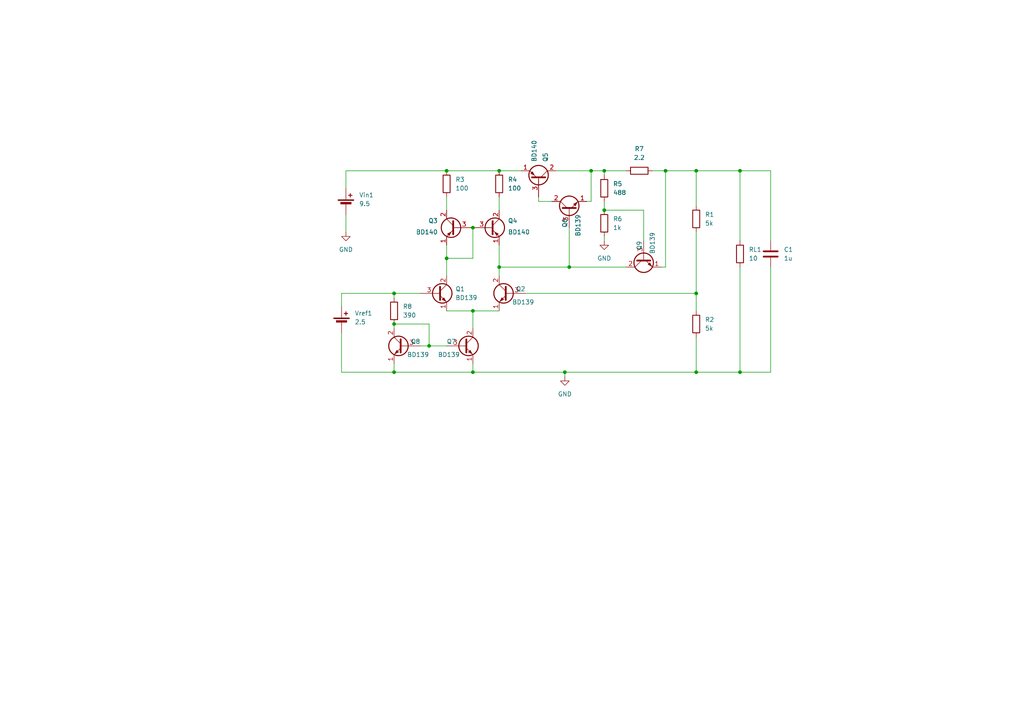
<source format=kicad_sch>
(kicad_sch (version 20230121) (generator eeschema)

  (uuid 98f508c0-f754-4c0e-95b6-e6eb0fad6b9d)

  (paper "A4")

  (lib_symbols
    (symbol "Device:Battery_Cell" (pin_numbers hide) (pin_names (offset 0) hide) (in_bom yes) (on_board yes)
      (property "Reference" "BT" (at 2.54 2.54 0)
        (effects (font (size 1.27 1.27)) (justify left))
      )
      (property "Value" "Battery_Cell" (at 2.54 0 0)
        (effects (font (size 1.27 1.27)) (justify left))
      )
      (property "Footprint" "" (at 0 1.524 90)
        (effects (font (size 1.27 1.27)) hide)
      )
      (property "Datasheet" "~" (at 0 1.524 90)
        (effects (font (size 1.27 1.27)) hide)
      )
      (property "ki_keywords" "battery cell" (at 0 0 0)
        (effects (font (size 1.27 1.27)) hide)
      )
      (property "ki_description" "Single-cell battery" (at 0 0 0)
        (effects (font (size 1.27 1.27)) hide)
      )
      (symbol "Battery_Cell_0_1"
        (rectangle (start -2.286 1.778) (end 2.286 1.524)
          (stroke (width 0) (type default))
          (fill (type outline))
        )
        (rectangle (start -1.524 1.016) (end 1.524 0.508)
          (stroke (width 0) (type default))
          (fill (type outline))
        )
        (polyline
          (pts
            (xy 0 0.762)
            (xy 0 0)
          )
          (stroke (width 0) (type default))
          (fill (type none))
        )
        (polyline
          (pts
            (xy 0 1.778)
            (xy 0 2.54)
          )
          (stroke (width 0) (type default))
          (fill (type none))
        )
        (polyline
          (pts
            (xy 0.762 3.048)
            (xy 1.778 3.048)
          )
          (stroke (width 0.254) (type default))
          (fill (type none))
        )
        (polyline
          (pts
            (xy 1.27 3.556)
            (xy 1.27 2.54)
          )
          (stroke (width 0.254) (type default))
          (fill (type none))
        )
      )
      (symbol "Battery_Cell_1_1"
        (pin passive line (at 0 5.08 270) (length 2.54)
          (name "+" (effects (font (size 1.27 1.27))))
          (number "1" (effects (font (size 1.27 1.27))))
        )
        (pin passive line (at 0 -2.54 90) (length 2.54)
          (name "-" (effects (font (size 1.27 1.27))))
          (number "2" (effects (font (size 1.27 1.27))))
        )
      )
    )
    (symbol "Device:C" (pin_numbers hide) (pin_names (offset 0.254)) (in_bom yes) (on_board yes)
      (property "Reference" "C" (at 0.635 2.54 0)
        (effects (font (size 1.27 1.27)) (justify left))
      )
      (property "Value" "C" (at 0.635 -2.54 0)
        (effects (font (size 1.27 1.27)) (justify left))
      )
      (property "Footprint" "" (at 0.9652 -3.81 0)
        (effects (font (size 1.27 1.27)) hide)
      )
      (property "Datasheet" "~" (at 0 0 0)
        (effects (font (size 1.27 1.27)) hide)
      )
      (property "ki_keywords" "cap capacitor" (at 0 0 0)
        (effects (font (size 1.27 1.27)) hide)
      )
      (property "ki_description" "Unpolarized capacitor" (at 0 0 0)
        (effects (font (size 1.27 1.27)) hide)
      )
      (property "ki_fp_filters" "C_*" (at 0 0 0)
        (effects (font (size 1.27 1.27)) hide)
      )
      (symbol "C_0_1"
        (polyline
          (pts
            (xy -2.032 -0.762)
            (xy 2.032 -0.762)
          )
          (stroke (width 0.508) (type default))
          (fill (type none))
        )
        (polyline
          (pts
            (xy -2.032 0.762)
            (xy 2.032 0.762)
          )
          (stroke (width 0.508) (type default))
          (fill (type none))
        )
      )
      (symbol "C_1_1"
        (pin passive line (at 0 3.81 270) (length 2.794)
          (name "~" (effects (font (size 1.27 1.27))))
          (number "1" (effects (font (size 1.27 1.27))))
        )
        (pin passive line (at 0 -3.81 90) (length 2.794)
          (name "~" (effects (font (size 1.27 1.27))))
          (number "2" (effects (font (size 1.27 1.27))))
        )
      )
    )
    (symbol "Device:R" (pin_numbers hide) (pin_names (offset 0)) (in_bom yes) (on_board yes)
      (property "Reference" "R" (at 2.032 0 90)
        (effects (font (size 1.27 1.27)))
      )
      (property "Value" "R" (at 0 0 90)
        (effects (font (size 1.27 1.27)))
      )
      (property "Footprint" "" (at -1.778 0 90)
        (effects (font (size 1.27 1.27)) hide)
      )
      (property "Datasheet" "~" (at 0 0 0)
        (effects (font (size 1.27 1.27)) hide)
      )
      (property "ki_keywords" "R res resistor" (at 0 0 0)
        (effects (font (size 1.27 1.27)) hide)
      )
      (property "ki_description" "Resistor" (at 0 0 0)
        (effects (font (size 1.27 1.27)) hide)
      )
      (property "ki_fp_filters" "R_*" (at 0 0 0)
        (effects (font (size 1.27 1.27)) hide)
      )
      (symbol "R_0_1"
        (rectangle (start -1.016 -2.54) (end 1.016 2.54)
          (stroke (width 0.254) (type default))
          (fill (type none))
        )
      )
      (symbol "R_1_1"
        (pin passive line (at 0 3.81 270) (length 1.27)
          (name "~" (effects (font (size 1.27 1.27))))
          (number "1" (effects (font (size 1.27 1.27))))
        )
        (pin passive line (at 0 -3.81 90) (length 1.27)
          (name "~" (effects (font (size 1.27 1.27))))
          (number "2" (effects (font (size 1.27 1.27))))
        )
      )
    )
    (symbol "Transistor_BJT:BD139" (pin_names (offset 0) hide) (in_bom yes) (on_board yes)
      (property "Reference" "Q" (at 5.08 1.905 0)
        (effects (font (size 1.27 1.27)) (justify left))
      )
      (property "Value" "BD139" (at 5.08 0 0)
        (effects (font (size 1.27 1.27)) (justify left))
      )
      (property "Footprint" "Package_TO_SOT_THT:TO-126-3_Vertical" (at 5.08 -1.905 0)
        (effects (font (size 1.27 1.27) italic) (justify left) hide)
      )
      (property "Datasheet" "http://www.st.com/internet/com/TECHNICAL_RESOURCES/TECHNICAL_LITERATURE/DATASHEET/CD00001225.pdf" (at 0 0 0)
        (effects (font (size 1.27 1.27)) (justify left) hide)
      )
      (property "ki_keywords" "Low Voltage Transistor" (at 0 0 0)
        (effects (font (size 1.27 1.27)) hide)
      )
      (property "ki_description" "1.5A Ic, 80V Vce, Low Voltage Transistor, TO-126" (at 0 0 0)
        (effects (font (size 1.27 1.27)) hide)
      )
      (property "ki_fp_filters" "TO?126*" (at 0 0 0)
        (effects (font (size 1.27 1.27)) hide)
      )
      (symbol "BD139_0_1"
        (polyline
          (pts
            (xy 0 0)
            (xy 0.635 0)
          )
          (stroke (width 0) (type default))
          (fill (type none))
        )
        (polyline
          (pts
            (xy 2.54 -2.54)
            (xy 0.635 -0.635)
          )
          (stroke (width 0) (type default))
          (fill (type none))
        )
        (polyline
          (pts
            (xy 2.54 2.54)
            (xy 0.635 0.635)
          )
          (stroke (width 0) (type default))
          (fill (type none))
        )
        (polyline
          (pts
            (xy 0.635 1.905)
            (xy 0.635 -1.905)
            (xy 0.635 -1.905)
          )
          (stroke (width 0.508) (type default))
          (fill (type outline))
        )
        (polyline
          (pts
            (xy 1.2446 -1.778)
            (xy 1.7526 -1.27)
            (xy 2.286 -2.286)
            (xy 1.2446 -1.778)
            (xy 1.2446 -1.778)
          )
          (stroke (width 0) (type default))
          (fill (type outline))
        )
        (circle (center 1.27 0) (radius 2.8194)
          (stroke (width 0.3048) (type default))
          (fill (type none))
        )
      )
      (symbol "BD139_1_1"
        (pin passive line (at 2.54 -5.08 90) (length 2.54)
          (name "E" (effects (font (size 1.27 1.27))))
          (number "1" (effects (font (size 1.27 1.27))))
        )
        (pin passive line (at 2.54 5.08 270) (length 2.54)
          (name "C" (effects (font (size 1.27 1.27))))
          (number "2" (effects (font (size 1.27 1.27))))
        )
        (pin input line (at -5.08 0 0) (length 5.08)
          (name "B" (effects (font (size 1.27 1.27))))
          (number "3" (effects (font (size 1.27 1.27))))
        )
      )
    )
    (symbol "Transistor_BJT:BD140" (pin_names (offset 0) hide) (in_bom yes) (on_board yes)
      (property "Reference" "Q" (at 5.08 1.905 0)
        (effects (font (size 1.27 1.27)) (justify left))
      )
      (property "Value" "BD140" (at 5.08 0 0)
        (effects (font (size 1.27 1.27)) (justify left))
      )
      (property "Footprint" "Package_TO_SOT_THT:TO-126-3_Vertical" (at 5.08 -1.905 0)
        (effects (font (size 1.27 1.27) italic) (justify left) hide)
      )
      (property "Datasheet" "http://www.st.com/internet/com/TECHNICAL_RESOURCES/TECHNICAL_LITERATURE/DATASHEET/CD00001225.pdf" (at 0 0 0)
        (effects (font (size 1.27 1.27)) (justify left) hide)
      )
      (property "ki_keywords" "Low Voltage Transistor" (at 0 0 0)
        (effects (font (size 1.27 1.27)) hide)
      )
      (property "ki_description" "1.5A Ic, 80V Vce, Low Voltage Transistor, TO-126" (at 0 0 0)
        (effects (font (size 1.27 1.27)) hide)
      )
      (property "ki_fp_filters" "TO?126*" (at 0 0 0)
        (effects (font (size 1.27 1.27)) hide)
      )
      (symbol "BD140_0_1"
        (polyline
          (pts
            (xy 0 0)
            (xy 0.635 0)
          )
          (stroke (width 0) (type default))
          (fill (type none))
        )
        (polyline
          (pts
            (xy 2.54 -2.54)
            (xy 0.635 -0.635)
          )
          (stroke (width 0) (type default))
          (fill (type none))
        )
        (polyline
          (pts
            (xy 2.54 2.54)
            (xy 0.635 0.635)
          )
          (stroke (width 0) (type default))
          (fill (type none))
        )
        (polyline
          (pts
            (xy 0.635 1.905)
            (xy 0.635 -1.905)
            (xy 0.635 -1.905)
          )
          (stroke (width 0.508) (type default))
          (fill (type outline))
        )
        (polyline
          (pts
            (xy 1.778 -2.286)
            (xy 2.286 -1.778)
            (xy 1.27 -1.27)
            (xy 1.778 -2.286)
            (xy 1.778 -2.286)
          )
          (stroke (width 0) (type default))
          (fill (type outline))
        )
        (circle (center 1.27 0) (radius 2.8194)
          (stroke (width 0.3048) (type default))
          (fill (type none))
        )
      )
      (symbol "BD140_1_1"
        (pin passive line (at 2.54 -5.08 90) (length 2.54)
          (name "E" (effects (font (size 1.27 1.27))))
          (number "1" (effects (font (size 1.27 1.27))))
        )
        (pin passive line (at 2.54 5.08 270) (length 2.54)
          (name "C" (effects (font (size 1.27 1.27))))
          (number "2" (effects (font (size 1.27 1.27))))
        )
        (pin input line (at -5.08 0 0) (length 5.08)
          (name "B" (effects (font (size 1.27 1.27))))
          (number "3" (effects (font (size 1.27 1.27))))
        )
      )
    )
    (symbol "power:GND" (power) (pin_names (offset 0)) (in_bom yes) (on_board yes)
      (property "Reference" "#PWR" (at 0 -6.35 0)
        (effects (font (size 1.27 1.27)) hide)
      )
      (property "Value" "GND" (at 0 -3.81 0)
        (effects (font (size 1.27 1.27)))
      )
      (property "Footprint" "" (at 0 0 0)
        (effects (font (size 1.27 1.27)) hide)
      )
      (property "Datasheet" "" (at 0 0 0)
        (effects (font (size 1.27 1.27)) hide)
      )
      (property "ki_keywords" "global power" (at 0 0 0)
        (effects (font (size 1.27 1.27)) hide)
      )
      (property "ki_description" "Power symbol creates a global label with name \"GND\" , ground" (at 0 0 0)
        (effects (font (size 1.27 1.27)) hide)
      )
      (symbol "GND_0_1"
        (polyline
          (pts
            (xy 0 0)
            (xy 0 -1.27)
            (xy 1.27 -1.27)
            (xy 0 -2.54)
            (xy -1.27 -1.27)
            (xy 0 -1.27)
          )
          (stroke (width 0) (type default))
          (fill (type none))
        )
      )
      (symbol "GND_1_1"
        (pin power_in line (at 0 0 270) (length 0) hide
          (name "GND" (effects (font (size 1.27 1.27))))
          (number "1" (effects (font (size 1.27 1.27))))
        )
      )
    )
  )

  (junction (at 193.04 49.53) (diameter 0) (color 0 0 0 0)
    (uuid 08acfad0-fff1-4d14-bfea-5182c07e62ce)
  )
  (junction (at 175.26 60.96) (diameter 0) (color 0 0 0 0)
    (uuid 0a827bfb-c81e-4856-a106-64439becc251)
  )
  (junction (at 137.16 90.17) (diameter 0) (color 0 0 0 0)
    (uuid 15fa0adc-dafe-4b35-b9b4-50ea4641321c)
  )
  (junction (at 137.16 107.95) (diameter 0) (color 0 0 0 0)
    (uuid 1978b3e2-8a6f-4496-86c3-f5fc8290e8c3)
  )
  (junction (at 165.1 77.47) (diameter 0) (color 0 0 0 0)
    (uuid 2bb2fb18-8141-4c0d-b33f-fc73bee068e4)
  )
  (junction (at 129.54 74.93) (diameter 0) (color 0 0 0 0)
    (uuid 2f5bb625-e605-414e-be9a-8ef55fe10944)
  )
  (junction (at 144.78 49.53) (diameter 0) (color 0 0 0 0)
    (uuid 3d35f6c1-a949-4b5f-af1b-e4a62e0a792d)
  )
  (junction (at 214.63 49.53) (diameter 0) (color 0 0 0 0)
    (uuid 499b98be-ff37-4548-b455-196acac20576)
  )
  (junction (at 144.78 77.47) (diameter 0) (color 0 0 0 0)
    (uuid 66d1f7ad-d794-447c-8ba9-ad3c7dbc1ec0)
  )
  (junction (at 201.93 85.09) (diameter 0) (color 0 0 0 0)
    (uuid 72464a06-806e-43e9-a932-4acff4a0b330)
  )
  (junction (at 114.3 93.98) (diameter 0) (color 0 0 0 0)
    (uuid 84171801-f76d-4dd1-81a1-79e1a9faff54)
  )
  (junction (at 201.93 107.95) (diameter 0) (color 0 0 0 0)
    (uuid 8b60291b-2361-4c29-a034-3146cf9bde84)
  )
  (junction (at 171.45 49.53) (diameter 0) (color 0 0 0 0)
    (uuid a750e8a9-4631-403b-8f2f-22453c5c091b)
  )
  (junction (at 163.83 107.95) (diameter 0) (color 0 0 0 0)
    (uuid a751b5c2-d82c-426f-b3a5-95fb82592391)
  )
  (junction (at 114.3 85.09) (diameter 0) (color 0 0 0 0)
    (uuid aa2efc38-1dee-4259-90b5-37cfc9e44a1f)
  )
  (junction (at 124.46 100.33) (diameter 0) (color 0 0 0 0)
    (uuid aa940034-45cb-4d9f-8394-2496fd41d553)
  )
  (junction (at 201.93 49.53) (diameter 0) (color 0 0 0 0)
    (uuid ac4a31e9-c77e-459e-98f5-b6335142e2a7)
  )
  (junction (at 214.63 107.95) (diameter 0) (color 0 0 0 0)
    (uuid b462a2ee-d6fa-47fc-a6ec-3a25b43e9bd9)
  )
  (junction (at 137.16 66.04) (diameter 0) (color 0 0 0 0)
    (uuid b9371de3-1e76-43ba-bc17-eb1cb7e8da2f)
  )
  (junction (at 175.26 49.53) (diameter 0) (color 0 0 0 0)
    (uuid c9bf34be-54c7-4b20-8760-74651d57b3fc)
  )
  (junction (at 114.3 107.95) (diameter 0) (color 0 0 0 0)
    (uuid df95b1cf-19bd-4819-a986-298567951e7a)
  )
  (junction (at 129.54 49.53) (diameter 0) (color 0 0 0 0)
    (uuid e6e5d23f-e8f2-4441-8f95-de4d07ec5cb2)
  )

  (wire (pts (xy 193.04 49.53) (xy 201.93 49.53))
    (stroke (width 0) (type default))
    (uuid 00a3aa9a-0252-42b8-b333-910eadea9b13)
  )
  (wire (pts (xy 193.04 49.53) (xy 193.04 77.47))
    (stroke (width 0) (type default))
    (uuid 0834ff0f-9a03-4692-9828-277b076ef68b)
  )
  (wire (pts (xy 223.52 77.47) (xy 223.52 107.95))
    (stroke (width 0) (type default))
    (uuid 0c834d45-9b53-4fd3-ab65-ca79a002b866)
  )
  (wire (pts (xy 144.78 90.17) (xy 137.16 90.17))
    (stroke (width 0) (type default))
    (uuid 0fa9761a-1c2d-4723-b599-6d7679a3ac15)
  )
  (wire (pts (xy 175.26 58.42) (xy 175.26 60.96))
    (stroke (width 0) (type default))
    (uuid 14c80dc9-61be-4cf4-85ea-00f37f735090)
  )
  (wire (pts (xy 100.33 49.53) (xy 129.54 49.53))
    (stroke (width 0) (type default))
    (uuid 16b8705b-cc04-481c-9f4e-a3bd0620621a)
  )
  (wire (pts (xy 129.54 74.93) (xy 129.54 80.01))
    (stroke (width 0) (type default))
    (uuid 1a7d0442-540b-465e-ac6f-8df22bb194ac)
  )
  (wire (pts (xy 99.06 85.09) (xy 114.3 85.09))
    (stroke (width 0) (type default))
    (uuid 20c11d6e-a215-4aba-957e-5046402c2d7f)
  )
  (wire (pts (xy 129.54 49.53) (xy 144.78 49.53))
    (stroke (width 0) (type default))
    (uuid 233b611a-c888-4509-ac9b-a1b0e0e4c5b5)
  )
  (wire (pts (xy 144.78 57.15) (xy 144.78 60.96))
    (stroke (width 0) (type default))
    (uuid 2452f795-46e9-464c-aa8b-986ad7c44587)
  )
  (wire (pts (xy 114.3 93.98) (xy 124.46 93.98))
    (stroke (width 0) (type default))
    (uuid 2a8b13b9-a96f-472a-8369-83f473134c84)
  )
  (wire (pts (xy 129.54 74.93) (xy 137.16 74.93))
    (stroke (width 0) (type default))
    (uuid 2b3f128f-de0e-4797-b161-af98423c4497)
  )
  (wire (pts (xy 152.4 85.09) (xy 201.93 85.09))
    (stroke (width 0) (type default))
    (uuid 2b8da20b-401a-4139-9a05-43cfc5429909)
  )
  (wire (pts (xy 137.16 107.95) (xy 114.3 107.95))
    (stroke (width 0) (type default))
    (uuid 2bd2b3d1-799a-4750-bf8d-842c3651557a)
  )
  (wire (pts (xy 161.29 49.53) (xy 171.45 49.53))
    (stroke (width 0) (type default))
    (uuid 34cee541-db4d-447d-9221-987454866c4a)
  )
  (wire (pts (xy 114.3 107.95) (xy 99.06 107.95))
    (stroke (width 0) (type default))
    (uuid 40f30eb6-20b4-4d29-9611-2a6030095b09)
  )
  (wire (pts (xy 165.1 77.47) (xy 181.61 77.47))
    (stroke (width 0) (type default))
    (uuid 41e0a932-809e-434a-9456-3255af2afaf6)
  )
  (wire (pts (xy 165.1 66.04) (xy 165.1 77.47))
    (stroke (width 0) (type default))
    (uuid 430cc461-3936-493d-aab6-a4fd604e4bfc)
  )
  (wire (pts (xy 186.69 69.85) (xy 186.69 60.96))
    (stroke (width 0) (type default))
    (uuid 454ebc03-446e-4df0-9d25-f69f8253d65c)
  )
  (wire (pts (xy 137.16 105.41) (xy 137.16 107.95))
    (stroke (width 0) (type default))
    (uuid 460058c8-3ec7-43f4-bd9a-4fb52ce9e79b)
  )
  (wire (pts (xy 214.63 69.85) (xy 214.63 49.53))
    (stroke (width 0) (type default))
    (uuid 46bc4357-9fde-46ef-bce0-dc645825be5d)
  )
  (wire (pts (xy 160.02 58.42) (xy 156.21 58.42))
    (stroke (width 0) (type default))
    (uuid 4f64e525-44c4-4747-9a94-66e533ad82d5)
  )
  (wire (pts (xy 223.52 49.53) (xy 214.63 49.53))
    (stroke (width 0) (type default))
    (uuid 59e26526-93f4-45d0-96ca-078dcdbb120f)
  )
  (wire (pts (xy 175.26 68.58) (xy 175.26 69.85))
    (stroke (width 0) (type default))
    (uuid 63fe4ef7-6e13-492b-9967-bb575956d6b8)
  )
  (wire (pts (xy 201.93 97.79) (xy 201.93 107.95))
    (stroke (width 0) (type default))
    (uuid 66cec118-859a-4ead-8d49-4625d8926814)
  )
  (wire (pts (xy 99.06 88.9) (xy 99.06 85.09))
    (stroke (width 0) (type default))
    (uuid 68c5d5ab-836a-492c-861c-e9305c2008d3)
  )
  (wire (pts (xy 189.23 49.53) (xy 193.04 49.53))
    (stroke (width 0) (type default))
    (uuid 6a051e20-0f16-49ab-b0af-3cf269485a29)
  )
  (wire (pts (xy 201.93 107.95) (xy 214.63 107.95))
    (stroke (width 0) (type default))
    (uuid 6b9940c8-c4f1-47ca-92f9-3d87d92876ba)
  )
  (wire (pts (xy 144.78 49.53) (xy 151.13 49.53))
    (stroke (width 0) (type default))
    (uuid 75527c2a-3d92-4738-abc7-caaa18c4180f)
  )
  (wire (pts (xy 201.93 67.31) (xy 201.93 85.09))
    (stroke (width 0) (type default))
    (uuid 7da425d2-89ab-4914-802c-664389e76573)
  )
  (wire (pts (xy 214.63 77.47) (xy 214.63 107.95))
    (stroke (width 0) (type default))
    (uuid 84a201a3-78ee-4063-b9e0-91b1885dcfe2)
  )
  (wire (pts (xy 171.45 49.53) (xy 175.26 49.53))
    (stroke (width 0) (type default))
    (uuid 853a74b3-89da-45f8-ba64-c12b9c7ba3eb)
  )
  (wire (pts (xy 175.26 49.53) (xy 181.61 49.53))
    (stroke (width 0) (type default))
    (uuid 8ce63e04-db44-4450-955a-12d7ec6d65bb)
  )
  (wire (pts (xy 171.45 58.42) (xy 171.45 49.53))
    (stroke (width 0) (type default))
    (uuid 8d584fcf-588f-4f67-bc5c-15a019bdb698)
  )
  (wire (pts (xy 191.77 77.47) (xy 193.04 77.47))
    (stroke (width 0) (type default))
    (uuid 9240afca-9923-47cd-9050-fd069b72f382)
  )
  (wire (pts (xy 137.16 90.17) (xy 137.16 95.25))
    (stroke (width 0) (type default))
    (uuid 92944d8c-8e24-4252-8eba-34d0643c8875)
  )
  (wire (pts (xy 114.3 85.09) (xy 121.92 85.09))
    (stroke (width 0) (type default))
    (uuid 9618f642-96b6-42ea-91b2-df57e6697c5d)
  )
  (wire (pts (xy 124.46 100.33) (xy 129.54 100.33))
    (stroke (width 0) (type default))
    (uuid a1ba2d99-8919-45c8-939d-f537101a6da8)
  )
  (wire (pts (xy 144.78 77.47) (xy 165.1 77.47))
    (stroke (width 0) (type default))
    (uuid a4481ecf-1b6d-43f4-b8b1-40597e89cdab)
  )
  (wire (pts (xy 201.93 49.53) (xy 214.63 49.53))
    (stroke (width 0) (type default))
    (uuid a8506076-035b-41ed-bd1a-9be1744a9076)
  )
  (wire (pts (xy 144.78 71.12) (xy 144.78 77.47))
    (stroke (width 0) (type default))
    (uuid a8a1d2f3-b048-4eec-988a-99402892fd05)
  )
  (wire (pts (xy 137.16 107.95) (xy 163.83 107.95))
    (stroke (width 0) (type default))
    (uuid ab52b045-24de-4100-812a-5f404bf8d517)
  )
  (wire (pts (xy 175.26 50.8) (xy 175.26 49.53))
    (stroke (width 0) (type default))
    (uuid b1d7af0e-cf8a-4e3a-866e-2b1ee3c81d4a)
  )
  (wire (pts (xy 137.16 90.17) (xy 129.54 90.17))
    (stroke (width 0) (type default))
    (uuid b2293aa1-a814-4a1d-a686-7ffc0ac96b35)
  )
  (wire (pts (xy 170.18 58.42) (xy 171.45 58.42))
    (stroke (width 0) (type default))
    (uuid b3fedd89-3c11-4253-8331-8d773aab7d14)
  )
  (wire (pts (xy 124.46 100.33) (xy 124.46 93.98))
    (stroke (width 0) (type default))
    (uuid b973ba8b-0445-4f1d-862b-a18626dc9a43)
  )
  (wire (pts (xy 156.21 57.15) (xy 156.21 58.42))
    (stroke (width 0) (type default))
    (uuid bc25cf34-7a8c-4839-a376-18ff31647268)
  )
  (wire (pts (xy 99.06 96.52) (xy 99.06 107.95))
    (stroke (width 0) (type default))
    (uuid bc7e76f2-271f-482e-bcb6-95c23218bc1f)
  )
  (wire (pts (xy 129.54 57.15) (xy 129.54 60.96))
    (stroke (width 0) (type default))
    (uuid bd869731-bfc3-4cee-bfa0-f04406d5db7a)
  )
  (wire (pts (xy 175.26 60.96) (xy 186.69 60.96))
    (stroke (width 0) (type default))
    (uuid bee0c005-8734-4194-9b9c-be43ef205afb)
  )
  (wire (pts (xy 163.83 107.95) (xy 201.93 107.95))
    (stroke (width 0) (type default))
    (uuid c32a69b2-d160-4d3d-9f3c-e2255f8a5a73)
  )
  (wire (pts (xy 114.3 95.25) (xy 114.3 93.98))
    (stroke (width 0) (type default))
    (uuid c9662745-235c-45ae-821b-a2d2a0fc752e)
  )
  (wire (pts (xy 201.93 59.69) (xy 201.93 49.53))
    (stroke (width 0) (type default))
    (uuid cabb43a2-4694-4908-82f7-6a18179af2f7)
  )
  (wire (pts (xy 114.3 85.09) (xy 114.3 86.36))
    (stroke (width 0) (type default))
    (uuid cb062f62-2d31-4e8c-a687-419fdb2dc04b)
  )
  (wire (pts (xy 214.63 107.95) (xy 223.52 107.95))
    (stroke (width 0) (type default))
    (uuid cca30b29-27a6-41ef-a9d1-c75ddcc6897e)
  )
  (wire (pts (xy 114.3 105.41) (xy 114.3 107.95))
    (stroke (width 0) (type default))
    (uuid cd148008-b494-4546-ad77-eab937c62dba)
  )
  (wire (pts (xy 163.83 107.95) (xy 163.83 109.22))
    (stroke (width 0) (type default))
    (uuid cd72ab56-b875-4f92-8004-4ec908bab88e)
  )
  (wire (pts (xy 223.52 69.85) (xy 223.52 49.53))
    (stroke (width 0) (type default))
    (uuid cdc569aa-9ac5-4a91-a443-8a6033d76cd8)
  )
  (wire (pts (xy 129.54 71.12) (xy 129.54 74.93))
    (stroke (width 0) (type default))
    (uuid d0065abd-f507-4a41-90d2-f206a1a137c4)
  )
  (wire (pts (xy 201.93 85.09) (xy 201.93 90.17))
    (stroke (width 0) (type default))
    (uuid d2944102-4972-4359-b102-cffc466b4018)
  )
  (wire (pts (xy 100.33 62.23) (xy 100.33 67.31))
    (stroke (width 0) (type default))
    (uuid d358f6a8-38dd-4fe6-91e9-5983b6d07ab7)
  )
  (wire (pts (xy 144.78 77.47) (xy 144.78 80.01))
    (stroke (width 0) (type default))
    (uuid e31df358-a014-4a23-aee1-f8906a40a2fa)
  )
  (wire (pts (xy 100.33 54.61) (xy 100.33 49.53))
    (stroke (width 0) (type default))
    (uuid e7edf6ce-01cc-410c-9ad2-17d88b24aac4)
  )
  (wire (pts (xy 121.92 100.33) (xy 124.46 100.33))
    (stroke (width 0) (type default))
    (uuid ee738186-6ae1-46f5-be09-b112266afbb3)
  )
  (wire (pts (xy 137.16 66.04) (xy 137.16 74.93))
    (stroke (width 0) (type default))
    (uuid fd89b3ab-9161-4a60-8e79-4e34730b9dfe)
  )

  (symbol (lib_id "Transistor_BJT:BD139") (at 127 85.09 0) (unit 1)
    (in_bom yes) (on_board yes) (dnp no)
    (uuid 07538c49-fb69-4544-afb2-f56f92b34aef)
    (property "Reference" "Q1" (at 132.08 83.82 0)
      (effects (font (size 1.27 1.27)) (justify left))
    )
    (property "Value" "BD139" (at 132.08 86.36 0)
      (effects (font (size 1.27 1.27)) (justify left))
    )
    (property "Footprint" "Package_TO_SOT_THT:TO-126-3_Vertical" (at 132.08 86.995 0)
      (effects (font (size 1.27 1.27) italic) (justify left) hide)
    )
    (property "Datasheet" "http://www.st.com/internet/com/TECHNICAL_RESOURCES/TECHNICAL_LITERATURE/DATASHEET/CD00001225.pdf" (at 127 85.09 0)
      (effects (font (size 1.27 1.27)) (justify left) hide)
    )
    (pin "1" (uuid 08f00a19-7f76-4ed1-895c-775833065a58))
    (pin "2" (uuid 062bf044-ea56-4755-8244-f4009aa39ae6))
    (pin "3" (uuid 9186178e-2c2e-4233-99bd-de60ec78ec63))
    (instances
      (project "Regulador Lineal"
        (path "/98f508c0-f754-4c0e-95b6-e6eb0fad6b9d"
          (reference "Q1") (unit 1)
        )
      )
    )
  )

  (symbol (lib_id "Transistor_BJT:BD139") (at 186.69 74.93 90) (mirror x) (unit 1)
    (in_bom yes) (on_board yes) (dnp no)
    (uuid 0bde75c6-7ba9-4223-9573-7c0984e79ad4)
    (property "Reference" "Q9" (at 185.42 69.85 0)
      (effects (font (size 1.27 1.27)) (justify left))
    )
    (property "Value" "BD139" (at 189.23 67.31 0)
      (effects (font (size 1.27 1.27)) (justify left))
    )
    (property "Footprint" "Package_TO_SOT_THT:TO-126-3_Vertical" (at 188.595 80.01 0)
      (effects (font (size 1.27 1.27) italic) (justify left) hide)
    )
    (property "Datasheet" "http://www.st.com/internet/com/TECHNICAL_RESOURCES/TECHNICAL_LITERATURE/DATASHEET/CD00001225.pdf" (at 186.69 74.93 0)
      (effects (font (size 1.27 1.27)) (justify left) hide)
    )
    (pin "1" (uuid 3f868b32-7001-4819-8e5e-39dce4070aa8))
    (pin "2" (uuid 5f8a02ed-5135-45c7-b0a7-91776dd36fbb))
    (pin "3" (uuid b13ca432-ab95-4117-a80c-c8861c4f1fdb))
    (instances
      (project "Regulador Lineal"
        (path "/98f508c0-f754-4c0e-95b6-e6eb0fad6b9d"
          (reference "Q9") (unit 1)
        )
      )
    )
  )

  (symbol (lib_id "power:GND") (at 100.33 67.31 0) (unit 1)
    (in_bom yes) (on_board yes) (dnp no) (fields_autoplaced)
    (uuid 0e0e578a-6098-4c42-a536-beadf72733f1)
    (property "Reference" "#PWR03" (at 100.33 73.66 0)
      (effects (font (size 1.27 1.27)) hide)
    )
    (property "Value" "GND" (at 100.33 72.39 0)
      (effects (font (size 1.27 1.27)))
    )
    (property "Footprint" "" (at 100.33 67.31 0)
      (effects (font (size 1.27 1.27)) hide)
    )
    (property "Datasheet" "" (at 100.33 67.31 0)
      (effects (font (size 1.27 1.27)) hide)
    )
    (pin "1" (uuid 11239606-a690-469c-99f1-8c120e0a4cbd))
    (instances
      (project "Regulador Lineal"
        (path "/98f508c0-f754-4c0e-95b6-e6eb0fad6b9d"
          (reference "#PWR03") (unit 1)
        )
      )
    )
  )

  (symbol (lib_id "Transistor_BJT:BD139") (at 147.32 85.09 0) (mirror y) (unit 1)
    (in_bom yes) (on_board yes) (dnp no)
    (uuid 185e398d-9e5c-4488-b211-d13b6ec3db0f)
    (property "Reference" "Q2" (at 152.4 83.82 0)
      (effects (font (size 1.27 1.27)) (justify left))
    )
    (property "Value" "BD139" (at 154.94 87.63 0)
      (effects (font (size 1.27 1.27)) (justify left))
    )
    (property "Footprint" "Package_TO_SOT_THT:TO-126-3_Vertical" (at 142.24 86.995 0)
      (effects (font (size 1.27 1.27) italic) (justify left) hide)
    )
    (property "Datasheet" "http://www.st.com/internet/com/TECHNICAL_RESOURCES/TECHNICAL_LITERATURE/DATASHEET/CD00001225.pdf" (at 147.32 85.09 0)
      (effects (font (size 1.27 1.27)) (justify left) hide)
    )
    (pin "1" (uuid 1c30625b-7803-4dee-a578-af52ff92ef8b))
    (pin "2" (uuid 5c2ae475-5993-40a0-9911-c3c69397bc43))
    (pin "3" (uuid 3b20fba7-acbc-45a1-85a3-6f83d7092639))
    (instances
      (project "Regulador Lineal"
        (path "/98f508c0-f754-4c0e-95b6-e6eb0fad6b9d"
          (reference "Q2") (unit 1)
        )
      )
    )
  )

  (symbol (lib_id "Device:R") (at 129.54 53.34 0) (unit 1)
    (in_bom yes) (on_board yes) (dnp no) (fields_autoplaced)
    (uuid 1dea82b5-489c-498f-bfdd-5bafaae52fcc)
    (property "Reference" "R3" (at 132.08 52.07 0)
      (effects (font (size 1.27 1.27)) (justify left))
    )
    (property "Value" "100" (at 132.08 54.61 0)
      (effects (font (size 1.27 1.27)) (justify left))
    )
    (property "Footprint" "Resistor_THT:R_Axial_DIN0204_L3.6mm_D1.6mm_P5.08mm_Horizontal" (at 127.762 53.34 90)
      (effects (font (size 1.27 1.27)) hide)
    )
    (property "Datasheet" "~" (at 129.54 53.34 0)
      (effects (font (size 1.27 1.27)) hide)
    )
    (pin "1" (uuid f524f968-5790-4b4b-995a-fd812601fb88))
    (pin "2" (uuid 8b2ce5bd-09f4-480b-ba13-68ddb783a90a))
    (instances
      (project "Regulador Lineal"
        (path "/98f508c0-f754-4c0e-95b6-e6eb0fad6b9d"
          (reference "R3") (unit 1)
        )
      )
    )
  )

  (symbol (lib_id "Transistor_BJT:BD140") (at 156.21 52.07 270) (mirror x) (unit 1)
    (in_bom yes) (on_board yes) (dnp no)
    (uuid 2d33acef-7bf8-4733-939b-0c16ee379f49)
    (property "Reference" "Q5" (at 157.48 46.99 0)
      (effects (font (size 1.27 1.27)) (justify left bottom))
    )
    (property "Value" "BD140" (at 154.94 46.99 0)
      (effects (font (size 1.27 1.27)) (justify left))
    )
    (property "Footprint" "Package_TO_SOT_THT:TO-126-3_Vertical" (at 154.305 46.99 0)
      (effects (font (size 1.27 1.27) italic) (justify left) hide)
    )
    (property "Datasheet" "http://www.st.com/internet/com/TECHNICAL_RESOURCES/TECHNICAL_LITERATURE/DATASHEET/CD00001225.pdf" (at 156.21 52.07 0)
      (effects (font (size 1.27 1.27)) (justify left) hide)
    )
    (pin "1" (uuid 9824f1c4-03cb-4141-a214-2fdbe8e1bf7b))
    (pin "2" (uuid d3a9b4b6-d754-4ea4-b0d7-38a7c361f3ac))
    (pin "3" (uuid 20523e0e-59b2-42f7-af73-81319e7751c7))
    (instances
      (project "Regulador Lineal"
        (path "/98f508c0-f754-4c0e-95b6-e6eb0fad6b9d"
          (reference "Q5") (unit 1)
        )
      )
    )
  )

  (symbol (lib_id "Device:R") (at 185.42 49.53 90) (unit 1)
    (in_bom yes) (on_board yes) (dnp no) (fields_autoplaced)
    (uuid 3be5a5ed-cd00-4875-8ac0-1ff6983bbe38)
    (property "Reference" "R7" (at 185.42 43.18 90)
      (effects (font (size 1.27 1.27)))
    )
    (property "Value" "2.2" (at 185.42 45.72 90)
      (effects (font (size 1.27 1.27)))
    )
    (property "Footprint" "Resistor_THT:R_Axial_DIN0204_L3.6mm_D1.6mm_P5.08mm_Horizontal" (at 185.42 51.308 90)
      (effects (font (size 1.27 1.27)) hide)
    )
    (property "Datasheet" "~" (at 185.42 49.53 0)
      (effects (font (size 1.27 1.27)) hide)
    )
    (pin "1" (uuid 5b745418-a0d3-4373-ac81-f23f0299a5b0))
    (pin "2" (uuid 580650da-7e3f-44cc-b5b4-f95ccbd834e7))
    (instances
      (project "Regulador Lineal"
        (path "/98f508c0-f754-4c0e-95b6-e6eb0fad6b9d"
          (reference "R7") (unit 1)
        )
      )
    )
  )

  (symbol (lib_id "Device:Battery_Cell") (at 100.33 59.69 0) (unit 1)
    (in_bom yes) (on_board yes) (dnp no) (fields_autoplaced)
    (uuid 3c74c12b-6f87-4a89-8359-b6f1aab6334c)
    (property "Reference" "Vin1" (at 104.14 56.5785 0)
      (effects (font (size 1.27 1.27)) (justify left))
    )
    (property "Value" "9.5" (at 104.14 59.1185 0)
      (effects (font (size 1.27 1.27)) (justify left))
    )
    (property "Footprint" "Connector_PinHeader_1.00mm:PinHeader_1x01_P1.00mm_Horizontal" (at 100.33 58.166 90)
      (effects (font (size 1.27 1.27)) hide)
    )
    (property "Datasheet" "~" (at 100.33 58.166 90)
      (effects (font (size 1.27 1.27)) hide)
    )
    (pin "1" (uuid 0c67b6ea-91d3-4676-99d5-93a8c57872c2))
    (pin "2" (uuid ed46f798-5ae9-44e3-902f-c10578cf4149))
    (instances
      (project "Regulador Lineal"
        (path "/98f508c0-f754-4c0e-95b6-e6eb0fad6b9d"
          (reference "Vin1") (unit 1)
        )
      )
    )
  )

  (symbol (lib_id "Device:Battery_Cell") (at 99.06 93.98 0) (unit 1)
    (in_bom yes) (on_board yes) (dnp no) (fields_autoplaced)
    (uuid 3ee53a52-9231-4ca2-b6a4-a4cac4165dc8)
    (property "Reference" "Vref1" (at 102.87 90.8685 0)
      (effects (font (size 1.27 1.27)) (justify left))
    )
    (property "Value" "2.5" (at 102.87 93.4085 0)
      (effects (font (size 1.27 1.27)) (justify left))
    )
    (property "Footprint" "Connector_PinHeader_1.00mm:PinHeader_1x01_P1.00mm_Horizontal" (at 99.06 92.456 90)
      (effects (font (size 1.27 1.27)) hide)
    )
    (property "Datasheet" "~" (at 99.06 92.456 90)
      (effects (font (size 1.27 1.27)) hide)
    )
    (pin "1" (uuid c0c358a5-ca3f-4a5a-9ab7-1c0178ec4f2b))
    (pin "2" (uuid 352ed599-e9f8-4a44-bd86-05123dcb08da))
    (instances
      (project "Regulador Lineal"
        (path "/98f508c0-f754-4c0e-95b6-e6eb0fad6b9d"
          (reference "Vref1") (unit 1)
        )
      )
    )
  )

  (symbol (lib_id "Device:C") (at 223.52 73.66 0) (unit 1)
    (in_bom yes) (on_board yes) (dnp no) (fields_autoplaced)
    (uuid 43b48d40-82a6-4845-9e27-89388669a8d2)
    (property "Reference" "C1" (at 227.33 72.39 0)
      (effects (font (size 1.27 1.27)) (justify left))
    )
    (property "Value" "1u" (at 227.33 74.93 0)
      (effects (font (size 1.27 1.27)) (justify left))
    )
    (property "Footprint" "Capacitor_SMD:CP_Elec_6.3x5.7" (at 224.4852 77.47 0)
      (effects (font (size 1.27 1.27)) hide)
    )
    (property "Datasheet" "~" (at 223.52 73.66 0)
      (effects (font (size 1.27 1.27)) hide)
    )
    (pin "1" (uuid 063385bd-27ed-44e1-b205-9c2862b9e2f5))
    (pin "2" (uuid 29fabaab-257d-46fc-992f-9d4c54f8ceec))
    (instances
      (project "Regulador Lineal"
        (path "/98f508c0-f754-4c0e-95b6-e6eb0fad6b9d"
          (reference "C1") (unit 1)
        )
      )
    )
  )

  (symbol (lib_id "Device:R") (at 175.26 54.61 0) (unit 1)
    (in_bom yes) (on_board yes) (dnp no) (fields_autoplaced)
    (uuid 4464ecd0-9dc9-443c-a7ad-3ebc6c9afdad)
    (property "Reference" "R5" (at 177.8 53.34 0)
      (effects (font (size 1.27 1.27)) (justify left))
    )
    (property "Value" "488" (at 177.8 55.88 0)
      (effects (font (size 1.27 1.27)) (justify left))
    )
    (property "Footprint" "Resistor_THT:R_Axial_DIN0204_L3.6mm_D1.6mm_P5.08mm_Horizontal" (at 173.482 54.61 90)
      (effects (font (size 1.27 1.27)) hide)
    )
    (property "Datasheet" "~" (at 175.26 54.61 0)
      (effects (font (size 1.27 1.27)) hide)
    )
    (pin "1" (uuid 965fa9cf-c5c8-43b4-8e3f-682db3bd6429))
    (pin "2" (uuid 074bc858-65ee-4714-b935-5abf21652a82))
    (instances
      (project "Regulador Lineal"
        (path "/98f508c0-f754-4c0e-95b6-e6eb0fad6b9d"
          (reference "R5") (unit 1)
        )
      )
    )
  )

  (symbol (lib_id "Device:R") (at 114.3 90.17 0) (unit 1)
    (in_bom yes) (on_board yes) (dnp no) (fields_autoplaced)
    (uuid 4e975b60-b553-4100-8640-14d72c747cb3)
    (property "Reference" "R8" (at 116.84 88.9 0)
      (effects (font (size 1.27 1.27)) (justify left))
    )
    (property "Value" "390" (at 116.84 91.44 0)
      (effects (font (size 1.27 1.27)) (justify left))
    )
    (property "Footprint" "Resistor_THT:R_Axial_DIN0204_L3.6mm_D1.6mm_P5.08mm_Horizontal" (at 112.522 90.17 90)
      (effects (font (size 1.27 1.27)) hide)
    )
    (property "Datasheet" "~" (at 114.3 90.17 0)
      (effects (font (size 1.27 1.27)) hide)
    )
    (pin "1" (uuid 34754727-9c7c-4612-86c8-c4dc072790bd))
    (pin "2" (uuid 3e0c8342-681c-4165-8194-35a3ccc61215))
    (instances
      (project "Regulador Lineal"
        (path "/98f508c0-f754-4c0e-95b6-e6eb0fad6b9d"
          (reference "R8") (unit 1)
        )
      )
    )
  )

  (symbol (lib_id "Transistor_BJT:BD139") (at 134.62 100.33 0) (unit 1)
    (in_bom yes) (on_board yes) (dnp no)
    (uuid 6e0ae50d-d154-40d1-8245-a65fe22401a1)
    (property "Reference" "Q7" (at 129.54 99.06 0)
      (effects (font (size 1.27 1.27)) (justify left))
    )
    (property "Value" "BD139" (at 127 102.87 0)
      (effects (font (size 1.27 1.27)) (justify left))
    )
    (property "Footprint" "Package_TO_SOT_THT:TO-126-3_Vertical" (at 139.7 102.235 0)
      (effects (font (size 1.27 1.27) italic) (justify left) hide)
    )
    (property "Datasheet" "http://www.st.com/internet/com/TECHNICAL_RESOURCES/TECHNICAL_LITERATURE/DATASHEET/CD00001225.pdf" (at 134.62 100.33 0)
      (effects (font (size 1.27 1.27)) (justify left) hide)
    )
    (pin "1" (uuid f93b114b-f79b-4ee2-aef7-f9249ffabbcd))
    (pin "2" (uuid 38b4a211-d035-4af5-9788-bd91128830d9))
    (pin "3" (uuid a0283c19-80e4-438c-97f4-31e4699deece))
    (instances
      (project "Regulador Lineal"
        (path "/98f508c0-f754-4c0e-95b6-e6eb0fad6b9d"
          (reference "Q7") (unit 1)
        )
      )
    )
  )

  (symbol (lib_id "Device:R") (at 214.63 73.66 0) (unit 1)
    (in_bom yes) (on_board yes) (dnp no) (fields_autoplaced)
    (uuid 92105ee9-d96c-4144-bb97-d59c2c94090a)
    (property "Reference" "RL1" (at 217.17 72.39 0)
      (effects (font (size 1.27 1.27)) (justify left))
    )
    (property "Value" "10" (at 217.17 74.93 0)
      (effects (font (size 1.27 1.27)) (justify left))
    )
    (property "Footprint" "Resistor_THT:R_Axial_DIN0204_L3.6mm_D1.6mm_P5.08mm_Horizontal" (at 212.852 73.66 90)
      (effects (font (size 1.27 1.27)) hide)
    )
    (property "Datasheet" "~" (at 214.63 73.66 0)
      (effects (font (size 1.27 1.27)) hide)
    )
    (pin "1" (uuid 3465c091-f1c5-4a0d-bdea-56bc8a9c6d6c))
    (pin "2" (uuid 677776cd-d87f-4979-8a76-ebcde65cdb84))
    (instances
      (project "Regulador Lineal"
        (path "/98f508c0-f754-4c0e-95b6-e6eb0fad6b9d"
          (reference "RL1") (unit 1)
        )
      )
    )
  )

  (symbol (lib_id "Transistor_BJT:BD139") (at 116.84 100.33 0) (mirror y) (unit 1)
    (in_bom yes) (on_board yes) (dnp no)
    (uuid 9356758e-a1da-4275-ae67-862199eca78a)
    (property "Reference" "Q8" (at 121.92 99.06 0)
      (effects (font (size 1.27 1.27)) (justify left))
    )
    (property "Value" "BD139" (at 124.46 102.87 0)
      (effects (font (size 1.27 1.27)) (justify left))
    )
    (property "Footprint" "Package_TO_SOT_THT:TO-126-3_Vertical" (at 111.76 102.235 0)
      (effects (font (size 1.27 1.27) italic) (justify left) hide)
    )
    (property "Datasheet" "http://www.st.com/internet/com/TECHNICAL_RESOURCES/TECHNICAL_LITERATURE/DATASHEET/CD00001225.pdf" (at 116.84 100.33 0)
      (effects (font (size 1.27 1.27)) (justify left) hide)
    )
    (pin "1" (uuid 7dcee331-a400-4de5-941d-4e92a0a3ab62))
    (pin "2" (uuid 4dc51591-3bbc-40d1-b57a-c49a6c08ab31))
    (pin "3" (uuid 33246826-5e5e-481c-ad9e-aa0a2ddafefa))
    (instances
      (project "Regulador Lineal"
        (path "/98f508c0-f754-4c0e-95b6-e6eb0fad6b9d"
          (reference "Q8") (unit 1)
        )
      )
    )
  )

  (symbol (lib_id "Device:R") (at 201.93 93.98 0) (unit 1)
    (in_bom yes) (on_board yes) (dnp no) (fields_autoplaced)
    (uuid 938cb4fe-4f03-47b7-bb7b-173040cf5f79)
    (property "Reference" "R2" (at 204.47 92.71 0)
      (effects (font (size 1.27 1.27)) (justify left))
    )
    (property "Value" "5k" (at 204.47 95.25 0)
      (effects (font (size 1.27 1.27)) (justify left))
    )
    (property "Footprint" "Resistor_THT:R_Axial_DIN0204_L3.6mm_D1.6mm_P5.08mm_Horizontal" (at 200.152 93.98 90)
      (effects (font (size 1.27 1.27)) hide)
    )
    (property "Datasheet" "~" (at 201.93 93.98 0)
      (effects (font (size 1.27 1.27)) hide)
    )
    (pin "1" (uuid 1006763e-a1e1-4c7b-b29f-7748c7255a75))
    (pin "2" (uuid ac6e4cdf-496f-43d9-9ea3-f215c51d2879))
    (instances
      (project "Regulador Lineal"
        (path "/98f508c0-f754-4c0e-95b6-e6eb0fad6b9d"
          (reference "R2") (unit 1)
        )
      )
    )
  )

  (symbol (lib_id "Device:R") (at 201.93 63.5 0) (unit 1)
    (in_bom yes) (on_board yes) (dnp no) (fields_autoplaced)
    (uuid 984f3c8f-2f42-4405-a640-d80fb248216e)
    (property "Reference" "R1" (at 204.47 62.23 0)
      (effects (font (size 1.27 1.27)) (justify left))
    )
    (property "Value" "5k" (at 204.47 64.77 0)
      (effects (font (size 1.27 1.27)) (justify left))
    )
    (property "Footprint" "Resistor_THT:R_Axial_DIN0204_L3.6mm_D1.6mm_P5.08mm_Horizontal" (at 200.152 63.5 90)
      (effects (font (size 1.27 1.27)) hide)
    )
    (property "Datasheet" "~" (at 201.93 63.5 0)
      (effects (font (size 1.27 1.27)) hide)
    )
    (pin "1" (uuid d3a7236e-641e-4817-8797-6e42b9921770))
    (pin "2" (uuid 81798714-fd87-4fea-a606-4fc62aea31c7))
    (instances
      (project "Regulador Lineal"
        (path "/98f508c0-f754-4c0e-95b6-e6eb0fad6b9d"
          (reference "R1") (unit 1)
        )
      )
    )
  )

  (symbol (lib_id "Transistor_BJT:BD140") (at 142.24 66.04 0) (unit 1)
    (in_bom yes) (on_board yes) (dnp no)
    (uuid 9a8e45b7-8431-4872-b0a8-3fbfe7e68406)
    (property "Reference" "Q4" (at 147.32 64.77 0)
      (effects (font (size 1.27 1.27)) (justify left bottom))
    )
    (property "Value" "BD140" (at 147.32 67.31 0)
      (effects (font (size 1.27 1.27)) (justify left))
    )
    (property "Footprint" "Package_TO_SOT_THT:TO-126-3_Vertical" (at 147.32 67.945 0)
      (effects (font (size 1.27 1.27) italic) (justify left) hide)
    )
    (property "Datasheet" "http://www.st.com/internet/com/TECHNICAL_RESOURCES/TECHNICAL_LITERATURE/DATASHEET/CD00001225.pdf" (at 142.24 66.04 0)
      (effects (font (size 1.27 1.27)) (justify left) hide)
    )
    (pin "1" (uuid 205bdc0c-4f51-4a56-9d60-caf644aa165b))
    (pin "2" (uuid 3b2b38fe-4f14-49a9-9ddf-bd957ebbd126))
    (pin "3" (uuid be009d2e-b71d-4dc1-9676-ade9c34f8950))
    (instances
      (project "Regulador Lineal"
        (path "/98f508c0-f754-4c0e-95b6-e6eb0fad6b9d"
          (reference "Q4") (unit 1)
        )
      )
    )
  )

  (symbol (lib_id "Device:R") (at 144.78 53.34 0) (unit 1)
    (in_bom yes) (on_board yes) (dnp no) (fields_autoplaced)
    (uuid b421f578-cac6-4e32-b2b5-c56b6b215097)
    (property "Reference" "R4" (at 147.32 52.07 0)
      (effects (font (size 1.27 1.27)) (justify left))
    )
    (property "Value" "100" (at 147.32 54.61 0)
      (effects (font (size 1.27 1.27)) (justify left))
    )
    (property "Footprint" "Resistor_THT:R_Axial_DIN0204_L3.6mm_D1.6mm_P5.08mm_Horizontal" (at 143.002 53.34 90)
      (effects (font (size 1.27 1.27)) hide)
    )
    (property "Datasheet" "~" (at 144.78 53.34 0)
      (effects (font (size 1.27 1.27)) hide)
    )
    (pin "1" (uuid 105ddb72-ff6d-4b9b-bcc8-238ea69afc85))
    (pin "2" (uuid 387364d2-fe7c-431f-9f90-1e3e503dde55))
    (instances
      (project "Regulador Lineal"
        (path "/98f508c0-f754-4c0e-95b6-e6eb0fad6b9d"
          (reference "R4") (unit 1)
        )
      )
    )
  )

  (symbol (lib_id "power:GND") (at 163.83 109.22 0) (unit 1)
    (in_bom yes) (on_board yes) (dnp no) (fields_autoplaced)
    (uuid b6d5891a-0ce2-46e4-89dd-c4e3f17033aa)
    (property "Reference" "#PWR02" (at 163.83 115.57 0)
      (effects (font (size 1.27 1.27)) hide)
    )
    (property "Value" "GND" (at 163.83 114.3 0)
      (effects (font (size 1.27 1.27)))
    )
    (property "Footprint" "" (at 163.83 109.22 0)
      (effects (font (size 1.27 1.27)) hide)
    )
    (property "Datasheet" "" (at 163.83 109.22 0)
      (effects (font (size 1.27 1.27)) hide)
    )
    (pin "1" (uuid bb09b1f9-bb3a-4500-885d-e49f835a870a))
    (instances
      (project "Regulador Lineal"
        (path "/98f508c0-f754-4c0e-95b6-e6eb0fad6b9d"
          (reference "#PWR02") (unit 1)
        )
      )
    )
  )

  (symbol (lib_id "Transistor_BJT:BD140") (at 132.08 66.04 0) (mirror y) (unit 1)
    (in_bom yes) (on_board yes) (dnp no)
    (uuid ccf46bba-a81b-4419-89f4-3242326052b0)
    (property "Reference" "Q3" (at 127 64.77 0)
      (effects (font (size 1.27 1.27)) (justify left bottom))
    )
    (property "Value" "BD140" (at 127 67.31 0)
      (effects (font (size 1.27 1.27)) (justify left))
    )
    (property "Footprint" "Package_TO_SOT_THT:TO-126-3_Vertical" (at 127 67.945 0)
      (effects (font (size 1.27 1.27) italic) (justify left) hide)
    )
    (property "Datasheet" "http://www.st.com/internet/com/TECHNICAL_RESOURCES/TECHNICAL_LITERATURE/DATASHEET/CD00001225.pdf" (at 132.08 66.04 0)
      (effects (font (size 1.27 1.27)) (justify left) hide)
    )
    (pin "1" (uuid da17909b-af9a-4acd-aca6-4c6c63a00c3c))
    (pin "2" (uuid f95d9e6f-31c6-4799-a38f-d42bc92640ea))
    (pin "3" (uuid 71ea3661-2a08-4921-acab-7d3d74daffc6))
    (instances
      (project "Regulador Lineal"
        (path "/98f508c0-f754-4c0e-95b6-e6eb0fad6b9d"
          (reference "Q3") (unit 1)
        )
      )
    )
  )

  (symbol (lib_id "Transistor_BJT:BD139") (at 165.1 60.96 90) (unit 1)
    (in_bom yes) (on_board yes) (dnp no)
    (uuid cf18aff2-4f7a-49bb-8ad5-60300a70d4d6)
    (property "Reference" "Q6" (at 163.83 66.04 0)
      (effects (font (size 1.27 1.27)) (justify left))
    )
    (property "Value" "BD139" (at 167.64 68.58 0)
      (effects (font (size 1.27 1.27)) (justify left))
    )
    (property "Footprint" "Package_TO_SOT_THT:TO-126-3_Vertical" (at 167.005 55.88 0)
      (effects (font (size 1.27 1.27) italic) (justify left) hide)
    )
    (property "Datasheet" "http://www.st.com/internet/com/TECHNICAL_RESOURCES/TECHNICAL_LITERATURE/DATASHEET/CD00001225.pdf" (at 165.1 60.96 0)
      (effects (font (size 1.27 1.27)) (justify left) hide)
    )
    (pin "1" (uuid 92a40cff-aa7b-4e36-b059-df8b29573555))
    (pin "2" (uuid 19cc9327-a707-41f5-adfd-53b449681ba1))
    (pin "3" (uuid 26259752-bf0f-4915-8185-71cbb92cba73))
    (instances
      (project "Regulador Lineal"
        (path "/98f508c0-f754-4c0e-95b6-e6eb0fad6b9d"
          (reference "Q6") (unit 1)
        )
      )
    )
  )

  (symbol (lib_id "power:GND") (at 175.26 69.85 0) (unit 1)
    (in_bom yes) (on_board yes) (dnp no) (fields_autoplaced)
    (uuid cf9eda83-5357-4dca-882b-c651bad429f6)
    (property "Reference" "#PWR01" (at 175.26 76.2 0)
      (effects (font (size 1.27 1.27)) hide)
    )
    (property "Value" "GND" (at 175.26 74.93 0)
      (effects (font (size 1.27 1.27)))
    )
    (property "Footprint" "" (at 175.26 69.85 0)
      (effects (font (size 1.27 1.27)) hide)
    )
    (property "Datasheet" "" (at 175.26 69.85 0)
      (effects (font (size 1.27 1.27)) hide)
    )
    (pin "1" (uuid 1bc4cbc5-2440-4579-bb3e-3d128fd53968))
    (instances
      (project "Regulador Lineal"
        (path "/98f508c0-f754-4c0e-95b6-e6eb0fad6b9d"
          (reference "#PWR01") (unit 1)
        )
      )
    )
  )

  (symbol (lib_id "Device:R") (at 175.26 64.77 0) (unit 1)
    (in_bom yes) (on_board yes) (dnp no) (fields_autoplaced)
    (uuid ddb204bb-8ee0-4310-82c2-a403d60c9c4d)
    (property "Reference" "R6" (at 177.8 63.5 0)
      (effects (font (size 1.27 1.27)) (justify left))
    )
    (property "Value" "1k" (at 177.8 66.04 0)
      (effects (font (size 1.27 1.27)) (justify left))
    )
    (property "Footprint" "Resistor_THT:R_Axial_DIN0204_L3.6mm_D1.6mm_P5.08mm_Horizontal" (at 173.482 64.77 90)
      (effects (font (size 1.27 1.27)) hide)
    )
    (property "Datasheet" "~" (at 175.26 64.77 0)
      (effects (font (size 1.27 1.27)) hide)
    )
    (pin "1" (uuid 3fc86a4c-3fc4-40cf-88b2-2bf9bca781b3))
    (pin "2" (uuid 134f97ea-95c6-47da-871a-1abb4c6c68c7))
    (instances
      (project "Regulador Lineal"
        (path "/98f508c0-f754-4c0e-95b6-e6eb0fad6b9d"
          (reference "R6") (unit 1)
        )
      )
    )
  )

  (sheet_instances
    (path "/" (page "1"))
  )
)

</source>
